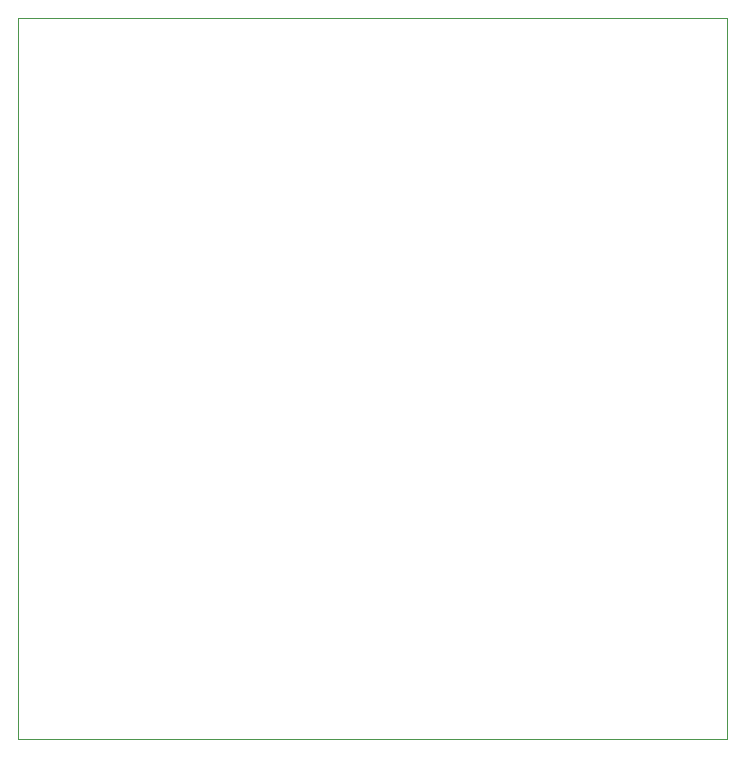
<source format=gm1>
G04 #@! TF.GenerationSoftware,KiCad,Pcbnew,5.1.10-88a1d61d58~88~ubuntu20.10.1*
G04 #@! TF.CreationDate,2021-05-12T21:52:12+02:00*
G04 #@! TF.ProjectId,Servopoint_opto,53657276-6f70-46f6-996e-745f6f70746f,rev?*
G04 #@! TF.SameCoordinates,Original*
G04 #@! TF.FileFunction,Profile,NP*
%FSLAX46Y46*%
G04 Gerber Fmt 4.6, Leading zero omitted, Abs format (unit mm)*
G04 Created by KiCad (PCBNEW 5.1.10-88a1d61d58~88~ubuntu20.10.1) date 2021-05-12 21:52:12*
%MOMM*%
%LPD*%
G01*
G04 APERTURE LIST*
G04 #@! TA.AperFunction,Profile*
%ADD10C,0.050000*%
G04 #@! TD*
G04 APERTURE END LIST*
D10*
X70000000Y-40000000D02*
X70000000Y-101000000D01*
X130000000Y-40000000D02*
X70000000Y-40000000D01*
X130000000Y-101000000D02*
X130000000Y-40000000D01*
X70000000Y-101000000D02*
X130000000Y-101000000D01*
M02*

</source>
